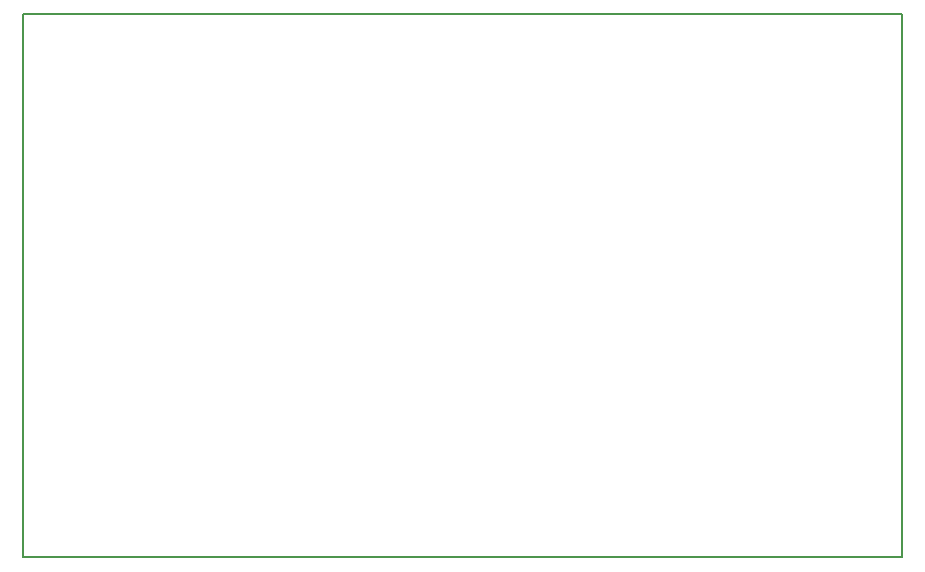
<source format=gbr>
G04 #@! TF.GenerationSoftware,KiCad,Pcbnew,7.0.11+1*
G04 #@! TF.ProjectId,radwag_scale,72616477-6167-45f7-9363-616c652e6b69,rev?*
G04 #@! TF.SameCoordinates,Original*
G04 #@! TF.FileFunction,Paste,Bot*
G04 #@! TF.FilePolarity,Positive*
%FSLAX46Y46*%
G04 Gerber Fmt 4.6, Leading zero omitted, Abs format (unit mm)*
%MOMM*%
%LPD*%
G01*
G04 APERTURE LIST*
G04 #@! TA.AperFunction,Profile*
%ADD10C,0.200000*%
G04 #@! TD*
G04 APERTURE END LIST*
D10*
X66330000Y-35560000D02*
X140716000Y-35560000D01*
X140716000Y-81534000D01*
X66330000Y-81534000D01*
X66330000Y-35560000D01*
M02*

</source>
